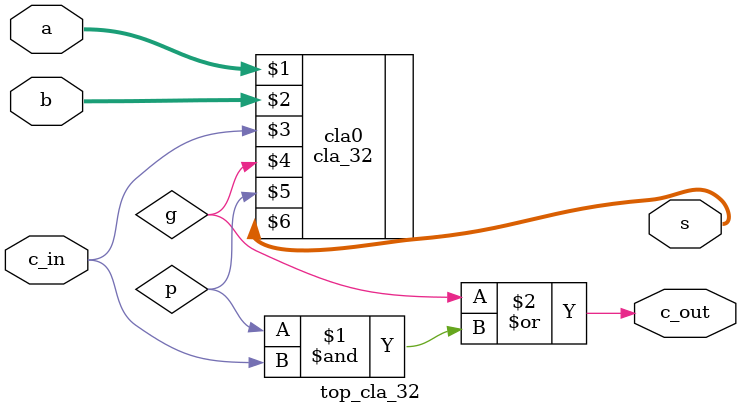
<source format=v>
`timescale 1ns / 1ps
module top_cla_32(
			input [31:0] a, b, //input A and B
			input c_in, //the carry num
			output c_out, // the carry num of result
			output [31:0] s //result
    );

wire g, p;
cla_32 cla0(a, b, c_in, g, p, s);
assign c_out = g | p & c_in;
endmodule

</source>
